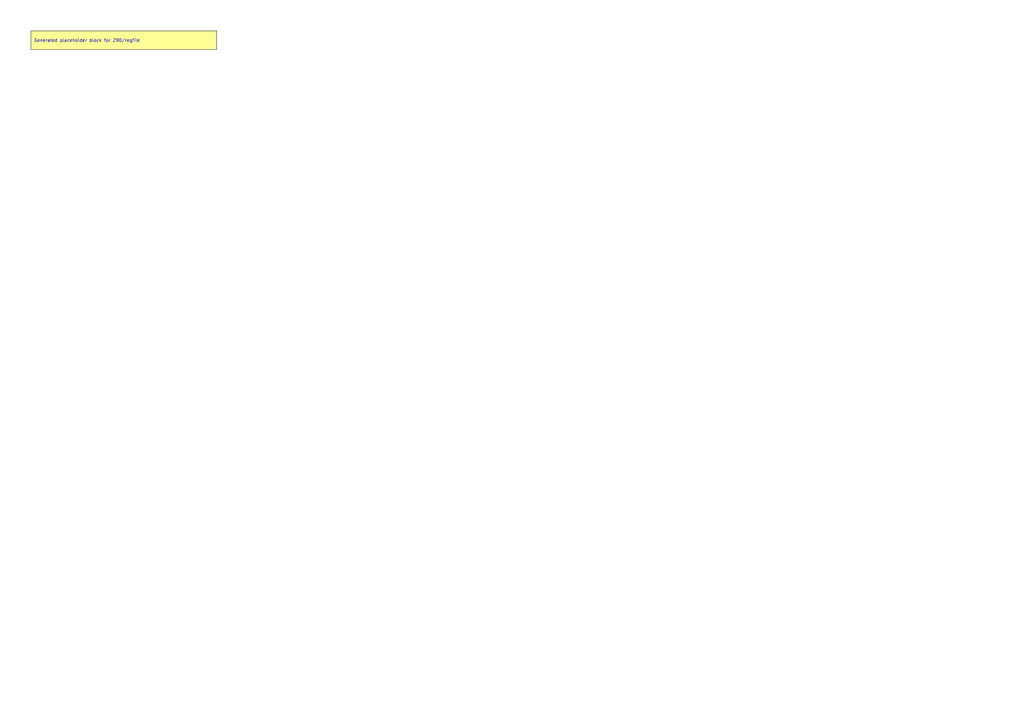
<source format=kicad_sch>
(kicad_sch
	(version 20250114)
	(generator "kicadgen")
	(generator_version "0.1")
	(uuid "b489e68b-c61c-57e3-8272-bedd8a06964a")
	(paper "A3")
	(title_block
		(title "Z90::regfile")
		(company "Project Carbon")
		(comment 1 "Generated - do not edit in generated/")
		(comment 2 "Edit in schem/kicad9/manual/ or refine mapping specs")
	)
	(lib_symbols)
	(text_box
		"Generated placeholder block for Z90/regfile"
		(exclude_from_sim no)
		(at
			12.7
			12.7
			0
		)
		(size 76.2 7.62)
		(margins
			1.27
			1.27
			1.27
			1.27
		)
		(stroke
			(width 0)
			(type default)
			(color
				0
				0
				0
				1
			)
		)
		(fill
			(type color)
			(color
				255
				255
				150
				1
			)
		)
		(effects
			(font
				(size 1.27 1.27)
			)
			(justify left)
		)
		(uuid "e3c9c160-c145-55b9-8bbf-4afe82f4d4c8")
	)
	(sheet_instances
		(path
			"/"
			(page "1")
		)
	)
	(embedded_fonts no)
)

</source>
